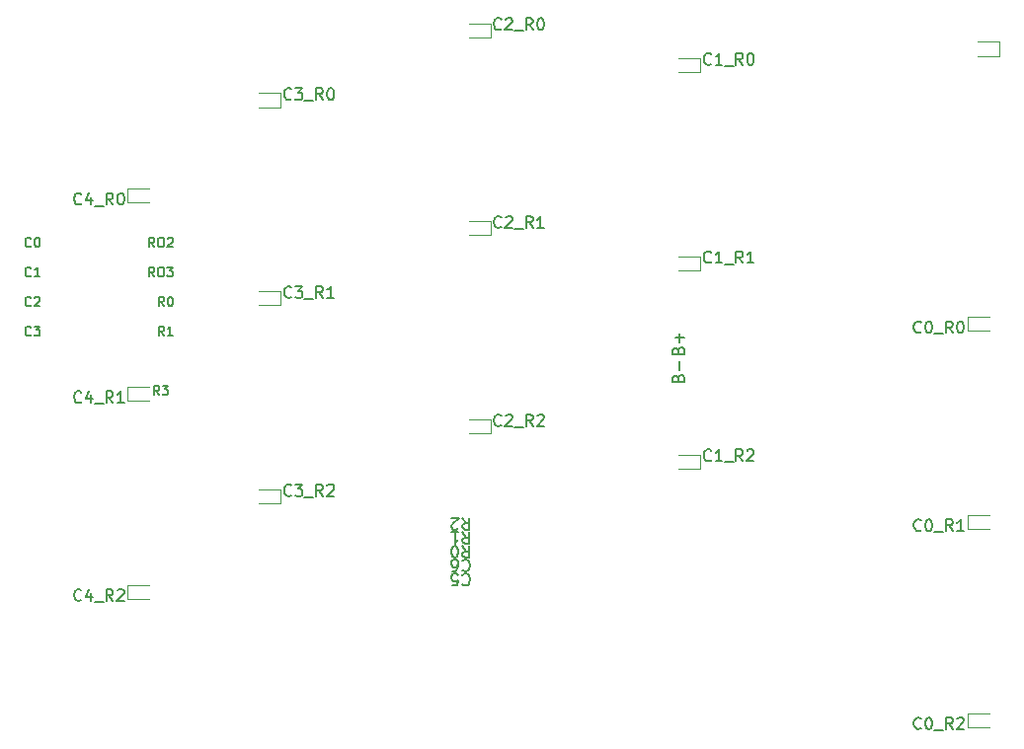
<source format=gbr>
%TF.GenerationSoftware,KiCad,Pcbnew,(7.0.0-0)*%
%TF.CreationDate,2023-06-08T17:13:25+08:00*%
%TF.ProjectId,right,72696768-742e-46b6-9963-61645f706362,v1.0.0*%
%TF.SameCoordinates,Original*%
%TF.FileFunction,Legend,Bot*%
%TF.FilePolarity,Positive*%
%FSLAX46Y46*%
G04 Gerber Fmt 4.6, Leading zero omitted, Abs format (unit mm)*
G04 Created by KiCad (PCBNEW (7.0.0-0)) date 2023-06-08 17:13:25*
%MOMM*%
%LPD*%
G01*
G04 APERTURE LIST*
%ADD10C,0.150000*%
%ADD11C,0.120000*%
G04 APERTURE END LIST*
D10*
%TO.C,S1*%
X-1523809Y30727857D02*
X-1571428Y30680238D01*
X-1571428Y30680238D02*
X-1714285Y30632619D01*
X-1714285Y30632619D02*
X-1809523Y30632619D01*
X-1809523Y30632619D02*
X-1952380Y30680238D01*
X-1952380Y30680238D02*
X-2047618Y30775476D01*
X-2047618Y30775476D02*
X-2095237Y30870714D01*
X-2095237Y30870714D02*
X-2142856Y31061190D01*
X-2142856Y31061190D02*
X-2142856Y31204047D01*
X-2142856Y31204047D02*
X-2095237Y31394523D01*
X-2095237Y31394523D02*
X-2047618Y31489761D01*
X-2047618Y31489761D02*
X-1952380Y31585000D01*
X-1952380Y31585000D02*
X-1809523Y31632619D01*
X-1809523Y31632619D02*
X-1714285Y31632619D01*
X-1714285Y31632619D02*
X-1571428Y31585000D01*
X-1571428Y31585000D02*
X-1523809Y31537380D01*
X-666666Y31299285D02*
X-666666Y30632619D01*
X-904761Y31680238D02*
X-1142856Y30965952D01*
X-1142856Y30965952D02*
X-523809Y30965952D01*
X-380952Y30537380D02*
X380952Y30537380D01*
X1190476Y30632619D02*
X857143Y31108809D01*
X619048Y30632619D02*
X619048Y31632619D01*
X619048Y31632619D02*
X1000000Y31632619D01*
X1000000Y31632619D02*
X1095238Y31585000D01*
X1095238Y31585000D02*
X1142857Y31537380D01*
X1142857Y31537380D02*
X1190476Y31442142D01*
X1190476Y31442142D02*
X1190476Y31299285D01*
X1190476Y31299285D02*
X1142857Y31204047D01*
X1142857Y31204047D02*
X1095238Y31156428D01*
X1095238Y31156428D02*
X1000000Y31108809D01*
X1000000Y31108809D02*
X619048Y31108809D01*
X1809524Y31632619D02*
X1904762Y31632619D01*
X1904762Y31632619D02*
X2000000Y31585000D01*
X2000000Y31585000D02*
X2047619Y31537380D01*
X2047619Y31537380D02*
X2095238Y31442142D01*
X2095238Y31442142D02*
X2142857Y31251666D01*
X2142857Y31251666D02*
X2142857Y31013571D01*
X2142857Y31013571D02*
X2095238Y30823095D01*
X2095238Y30823095D02*
X2047619Y30727857D01*
X2047619Y30727857D02*
X2000000Y30680238D01*
X2000000Y30680238D02*
X1904762Y30632619D01*
X1904762Y30632619D02*
X1809524Y30632619D01*
X1809524Y30632619D02*
X1714286Y30680238D01*
X1714286Y30680238D02*
X1666667Y30727857D01*
X1666667Y30727857D02*
X1619048Y30823095D01*
X1619048Y30823095D02*
X1571429Y31013571D01*
X1571429Y31013571D02*
X1571429Y31251666D01*
X1571429Y31251666D02*
X1619048Y31442142D01*
X1619048Y31442142D02*
X1666667Y31537380D01*
X1666667Y31537380D02*
X1714286Y31585000D01*
X1714286Y31585000D02*
X1809524Y31632619D01*
%TO.C,S2*%
X-1523809Y13727857D02*
X-1571428Y13680238D01*
X-1571428Y13680238D02*
X-1714285Y13632619D01*
X-1714285Y13632619D02*
X-1809523Y13632619D01*
X-1809523Y13632619D02*
X-1952380Y13680238D01*
X-1952380Y13680238D02*
X-2047618Y13775476D01*
X-2047618Y13775476D02*
X-2095237Y13870714D01*
X-2095237Y13870714D02*
X-2142856Y14061190D01*
X-2142856Y14061190D02*
X-2142856Y14204047D01*
X-2142856Y14204047D02*
X-2095237Y14394523D01*
X-2095237Y14394523D02*
X-2047618Y14489761D01*
X-2047618Y14489761D02*
X-1952380Y14585000D01*
X-1952380Y14585000D02*
X-1809523Y14632619D01*
X-1809523Y14632619D02*
X-1714285Y14632619D01*
X-1714285Y14632619D02*
X-1571428Y14585000D01*
X-1571428Y14585000D02*
X-1523809Y14537380D01*
X-666666Y14299285D02*
X-666666Y13632619D01*
X-904761Y14680238D02*
X-1142856Y13965952D01*
X-1142856Y13965952D02*
X-523809Y13965952D01*
X-380952Y13537380D02*
X380952Y13537380D01*
X1190476Y13632619D02*
X857143Y14108809D01*
X619048Y13632619D02*
X619048Y14632619D01*
X619048Y14632619D02*
X1000000Y14632619D01*
X1000000Y14632619D02*
X1095238Y14585000D01*
X1095238Y14585000D02*
X1142857Y14537380D01*
X1142857Y14537380D02*
X1190476Y14442142D01*
X1190476Y14442142D02*
X1190476Y14299285D01*
X1190476Y14299285D02*
X1142857Y14204047D01*
X1142857Y14204047D02*
X1095238Y14156428D01*
X1095238Y14156428D02*
X1000000Y14108809D01*
X1000000Y14108809D02*
X619048Y14108809D01*
X2142857Y13632619D02*
X1571429Y13632619D01*
X1857143Y13632619D02*
X1857143Y14632619D01*
X1857143Y14632619D02*
X1761905Y14489761D01*
X1761905Y14489761D02*
X1666667Y14394523D01*
X1666667Y14394523D02*
X1571429Y14346904D01*
%TO.C,MCU1*%
X-5833332Y27092285D02*
X-5871428Y27054190D01*
X-5871428Y27054190D02*
X-5985713Y27016095D01*
X-5985713Y27016095D02*
X-6061904Y27016095D01*
X-6061904Y27016095D02*
X-6176190Y27054190D01*
X-6176190Y27054190D02*
X-6252380Y27130380D01*
X-6252380Y27130380D02*
X-6290475Y27206571D01*
X-6290475Y27206571D02*
X-6328571Y27358952D01*
X-6328571Y27358952D02*
X-6328571Y27473238D01*
X-6328571Y27473238D02*
X-6290475Y27625619D01*
X-6290475Y27625619D02*
X-6252380Y27701809D01*
X-6252380Y27701809D02*
X-6176190Y27778000D01*
X-6176190Y27778000D02*
X-6061904Y27816095D01*
X-6061904Y27816095D02*
X-5985713Y27816095D01*
X-5985713Y27816095D02*
X-5871428Y27778000D01*
X-5871428Y27778000D02*
X-5833332Y27739904D01*
X-5338094Y27816095D02*
X-5261904Y27816095D01*
X-5261904Y27816095D02*
X-5185713Y27778000D01*
X-5185713Y27778000D02*
X-5147618Y27739904D01*
X-5147618Y27739904D02*
X-5109523Y27663714D01*
X-5109523Y27663714D02*
X-5071428Y27511333D01*
X-5071428Y27511333D02*
X-5071428Y27320857D01*
X-5071428Y27320857D02*
X-5109523Y27168476D01*
X-5109523Y27168476D02*
X-5147618Y27092285D01*
X-5147618Y27092285D02*
X-5185713Y27054190D01*
X-5185713Y27054190D02*
X-5261904Y27016095D01*
X-5261904Y27016095D02*
X-5338094Y27016095D01*
X-5338094Y27016095D02*
X-5414285Y27054190D01*
X-5414285Y27054190D02*
X-5452380Y27092285D01*
X-5452380Y27092285D02*
X-5490475Y27168476D01*
X-5490475Y27168476D02*
X-5528571Y27320857D01*
X-5528571Y27320857D02*
X-5528571Y27511333D01*
X-5528571Y27511333D02*
X-5490475Y27663714D01*
X-5490475Y27663714D02*
X-5452380Y27739904D01*
X-5452380Y27739904D02*
X-5414285Y27778000D01*
X-5414285Y27778000D02*
X-5338094Y27816095D01*
X-5833332Y24552285D02*
X-5871428Y24514190D01*
X-5871428Y24514190D02*
X-5985713Y24476095D01*
X-5985713Y24476095D02*
X-6061904Y24476095D01*
X-6061904Y24476095D02*
X-6176190Y24514190D01*
X-6176190Y24514190D02*
X-6252380Y24590380D01*
X-6252380Y24590380D02*
X-6290475Y24666571D01*
X-6290475Y24666571D02*
X-6328571Y24818952D01*
X-6328571Y24818952D02*
X-6328571Y24933238D01*
X-6328571Y24933238D02*
X-6290475Y25085619D01*
X-6290475Y25085619D02*
X-6252380Y25161809D01*
X-6252380Y25161809D02*
X-6176190Y25238000D01*
X-6176190Y25238000D02*
X-6061904Y25276095D01*
X-6061904Y25276095D02*
X-5985713Y25276095D01*
X-5985713Y25276095D02*
X-5871428Y25238000D01*
X-5871428Y25238000D02*
X-5833332Y25199904D01*
X-5071428Y24476095D02*
X-5528571Y24476095D01*
X-5299999Y24476095D02*
X-5299999Y25276095D01*
X-5299999Y25276095D02*
X-5376190Y25161809D01*
X-5376190Y25161809D02*
X-5452380Y25085619D01*
X-5452380Y25085619D02*
X-5528571Y25047523D01*
X-5833332Y22012285D02*
X-5871428Y21974190D01*
X-5871428Y21974190D02*
X-5985713Y21936095D01*
X-5985713Y21936095D02*
X-6061904Y21936095D01*
X-6061904Y21936095D02*
X-6176190Y21974190D01*
X-6176190Y21974190D02*
X-6252380Y22050380D01*
X-6252380Y22050380D02*
X-6290475Y22126571D01*
X-6290475Y22126571D02*
X-6328571Y22278952D01*
X-6328571Y22278952D02*
X-6328571Y22393238D01*
X-6328571Y22393238D02*
X-6290475Y22545619D01*
X-6290475Y22545619D02*
X-6252380Y22621809D01*
X-6252380Y22621809D02*
X-6176190Y22698000D01*
X-6176190Y22698000D02*
X-6061904Y22736095D01*
X-6061904Y22736095D02*
X-5985713Y22736095D01*
X-5985713Y22736095D02*
X-5871428Y22698000D01*
X-5871428Y22698000D02*
X-5833332Y22659904D01*
X-5528571Y22659904D02*
X-5490475Y22698000D01*
X-5490475Y22698000D02*
X-5414285Y22736095D01*
X-5414285Y22736095D02*
X-5223809Y22736095D01*
X-5223809Y22736095D02*
X-5147618Y22698000D01*
X-5147618Y22698000D02*
X-5109523Y22659904D01*
X-5109523Y22659904D02*
X-5071428Y22583714D01*
X-5071428Y22583714D02*
X-5071428Y22507523D01*
X-5071428Y22507523D02*
X-5109523Y22393238D01*
X-5109523Y22393238D02*
X-5566666Y21936095D01*
X-5566666Y21936095D02*
X-5071428Y21936095D01*
X-5833332Y19472285D02*
X-5871428Y19434190D01*
X-5871428Y19434190D02*
X-5985713Y19396095D01*
X-5985713Y19396095D02*
X-6061904Y19396095D01*
X-6061904Y19396095D02*
X-6176190Y19434190D01*
X-6176190Y19434190D02*
X-6252380Y19510380D01*
X-6252380Y19510380D02*
X-6290475Y19586571D01*
X-6290475Y19586571D02*
X-6328571Y19738952D01*
X-6328571Y19738952D02*
X-6328571Y19853238D01*
X-6328571Y19853238D02*
X-6290475Y20005619D01*
X-6290475Y20005619D02*
X-6252380Y20081809D01*
X-6252380Y20081809D02*
X-6176190Y20158000D01*
X-6176190Y20158000D02*
X-6061904Y20196095D01*
X-6061904Y20196095D02*
X-5985713Y20196095D01*
X-5985713Y20196095D02*
X-5871428Y20158000D01*
X-5871428Y20158000D02*
X-5833332Y20119904D01*
X-5566666Y20196095D02*
X-5071428Y20196095D01*
X-5071428Y20196095D02*
X-5338094Y19891333D01*
X-5338094Y19891333D02*
X-5223809Y19891333D01*
X-5223809Y19891333D02*
X-5147618Y19853238D01*
X-5147618Y19853238D02*
X-5109523Y19815142D01*
X-5109523Y19815142D02*
X-5071428Y19738952D01*
X-5071428Y19738952D02*
X-5071428Y19548476D01*
X-5071428Y19548476D02*
X-5109523Y19472285D01*
X-5109523Y19472285D02*
X-5147618Y19434190D01*
X-5147618Y19434190D02*
X-5223809Y19396095D01*
X-5223809Y19396095D02*
X-5452380Y19396095D01*
X-5452380Y19396095D02*
X-5528571Y19434190D01*
X-5528571Y19434190D02*
X-5566666Y19472285D01*
X4747619Y27016095D02*
X4480952Y27397047D01*
X4290476Y27016095D02*
X4290476Y27816095D01*
X4290476Y27816095D02*
X4595238Y27816095D01*
X4595238Y27816095D02*
X4671428Y27778000D01*
X4671428Y27778000D02*
X4709523Y27739904D01*
X4709523Y27739904D02*
X4747619Y27663714D01*
X4747619Y27663714D02*
X4747619Y27549428D01*
X4747619Y27549428D02*
X4709523Y27473238D01*
X4709523Y27473238D02*
X4671428Y27435142D01*
X4671428Y27435142D02*
X4595238Y27397047D01*
X4595238Y27397047D02*
X4290476Y27397047D01*
X5242857Y27816095D02*
X5395238Y27816095D01*
X5395238Y27816095D02*
X5471428Y27778000D01*
X5471428Y27778000D02*
X5547619Y27701809D01*
X5547619Y27701809D02*
X5585714Y27549428D01*
X5585714Y27549428D02*
X5585714Y27282761D01*
X5585714Y27282761D02*
X5547619Y27130380D01*
X5547619Y27130380D02*
X5471428Y27054190D01*
X5471428Y27054190D02*
X5395238Y27016095D01*
X5395238Y27016095D02*
X5242857Y27016095D01*
X5242857Y27016095D02*
X5166666Y27054190D01*
X5166666Y27054190D02*
X5090476Y27130380D01*
X5090476Y27130380D02*
X5052380Y27282761D01*
X5052380Y27282761D02*
X5052380Y27549428D01*
X5052380Y27549428D02*
X5090476Y27701809D01*
X5090476Y27701809D02*
X5166666Y27778000D01*
X5166666Y27778000D02*
X5242857Y27816095D01*
X5890475Y27739904D02*
X5928571Y27778000D01*
X5928571Y27778000D02*
X6004761Y27816095D01*
X6004761Y27816095D02*
X6195237Y27816095D01*
X6195237Y27816095D02*
X6271428Y27778000D01*
X6271428Y27778000D02*
X6309523Y27739904D01*
X6309523Y27739904D02*
X6347618Y27663714D01*
X6347618Y27663714D02*
X6347618Y27587523D01*
X6347618Y27587523D02*
X6309523Y27473238D01*
X6309523Y27473238D02*
X5852380Y27016095D01*
X5852380Y27016095D02*
X6347618Y27016095D01*
X4747619Y24476095D02*
X4480952Y24857047D01*
X4290476Y24476095D02*
X4290476Y25276095D01*
X4290476Y25276095D02*
X4595238Y25276095D01*
X4595238Y25276095D02*
X4671428Y25238000D01*
X4671428Y25238000D02*
X4709523Y25199904D01*
X4709523Y25199904D02*
X4747619Y25123714D01*
X4747619Y25123714D02*
X4747619Y25009428D01*
X4747619Y25009428D02*
X4709523Y24933238D01*
X4709523Y24933238D02*
X4671428Y24895142D01*
X4671428Y24895142D02*
X4595238Y24857047D01*
X4595238Y24857047D02*
X4290476Y24857047D01*
X5242857Y25276095D02*
X5395238Y25276095D01*
X5395238Y25276095D02*
X5471428Y25238000D01*
X5471428Y25238000D02*
X5547619Y25161809D01*
X5547619Y25161809D02*
X5585714Y25009428D01*
X5585714Y25009428D02*
X5585714Y24742761D01*
X5585714Y24742761D02*
X5547619Y24590380D01*
X5547619Y24590380D02*
X5471428Y24514190D01*
X5471428Y24514190D02*
X5395238Y24476095D01*
X5395238Y24476095D02*
X5242857Y24476095D01*
X5242857Y24476095D02*
X5166666Y24514190D01*
X5166666Y24514190D02*
X5090476Y24590380D01*
X5090476Y24590380D02*
X5052380Y24742761D01*
X5052380Y24742761D02*
X5052380Y25009428D01*
X5052380Y25009428D02*
X5090476Y25161809D01*
X5090476Y25161809D02*
X5166666Y25238000D01*
X5166666Y25238000D02*
X5242857Y25276095D01*
X5852380Y25276095D02*
X6347618Y25276095D01*
X6347618Y25276095D02*
X6080952Y24971333D01*
X6080952Y24971333D02*
X6195237Y24971333D01*
X6195237Y24971333D02*
X6271428Y24933238D01*
X6271428Y24933238D02*
X6309523Y24895142D01*
X6309523Y24895142D02*
X6347618Y24818952D01*
X6347618Y24818952D02*
X6347618Y24628476D01*
X6347618Y24628476D02*
X6309523Y24552285D01*
X6309523Y24552285D02*
X6271428Y24514190D01*
X6271428Y24514190D02*
X6195237Y24476095D01*
X6195237Y24476095D02*
X5966666Y24476095D01*
X5966666Y24476095D02*
X5890475Y24514190D01*
X5890475Y24514190D02*
X5852380Y24552285D01*
X5566667Y21936095D02*
X5300000Y22317047D01*
X5109524Y21936095D02*
X5109524Y22736095D01*
X5109524Y22736095D02*
X5414286Y22736095D01*
X5414286Y22736095D02*
X5490476Y22698000D01*
X5490476Y22698000D02*
X5528571Y22659904D01*
X5528571Y22659904D02*
X5566667Y22583714D01*
X5566667Y22583714D02*
X5566667Y22469428D01*
X5566667Y22469428D02*
X5528571Y22393238D01*
X5528571Y22393238D02*
X5490476Y22355142D01*
X5490476Y22355142D02*
X5414286Y22317047D01*
X5414286Y22317047D02*
X5109524Y22317047D01*
X6061905Y22736095D02*
X6138095Y22736095D01*
X6138095Y22736095D02*
X6214286Y22698000D01*
X6214286Y22698000D02*
X6252381Y22659904D01*
X6252381Y22659904D02*
X6290476Y22583714D01*
X6290476Y22583714D02*
X6328571Y22431333D01*
X6328571Y22431333D02*
X6328571Y22240857D01*
X6328571Y22240857D02*
X6290476Y22088476D01*
X6290476Y22088476D02*
X6252381Y22012285D01*
X6252381Y22012285D02*
X6214286Y21974190D01*
X6214286Y21974190D02*
X6138095Y21936095D01*
X6138095Y21936095D02*
X6061905Y21936095D01*
X6061905Y21936095D02*
X5985714Y21974190D01*
X5985714Y21974190D02*
X5947619Y22012285D01*
X5947619Y22012285D02*
X5909524Y22088476D01*
X5909524Y22088476D02*
X5871428Y22240857D01*
X5871428Y22240857D02*
X5871428Y22431333D01*
X5871428Y22431333D02*
X5909524Y22583714D01*
X5909524Y22583714D02*
X5947619Y22659904D01*
X5947619Y22659904D02*
X5985714Y22698000D01*
X5985714Y22698000D02*
X6061905Y22736095D01*
X5566667Y19396095D02*
X5300000Y19777047D01*
X5109524Y19396095D02*
X5109524Y20196095D01*
X5109524Y20196095D02*
X5414286Y20196095D01*
X5414286Y20196095D02*
X5490476Y20158000D01*
X5490476Y20158000D02*
X5528571Y20119904D01*
X5528571Y20119904D02*
X5566667Y20043714D01*
X5566667Y20043714D02*
X5566667Y19929428D01*
X5566667Y19929428D02*
X5528571Y19853238D01*
X5528571Y19853238D02*
X5490476Y19815142D01*
X5490476Y19815142D02*
X5414286Y19777047D01*
X5414286Y19777047D02*
X5109524Y19777047D01*
X6328571Y19396095D02*
X5871428Y19396095D01*
X6100000Y19396095D02*
X6100000Y20196095D01*
X6100000Y20196095D02*
X6023809Y20081809D01*
X6023809Y20081809D02*
X5947619Y20005619D01*
X5947619Y20005619D02*
X5871428Y19967523D01*
X5166667Y14316095D02*
X4900000Y14697047D01*
X4709524Y14316095D02*
X4709524Y15116095D01*
X4709524Y15116095D02*
X5014286Y15116095D01*
X5014286Y15116095D02*
X5090476Y15078000D01*
X5090476Y15078000D02*
X5128571Y15039904D01*
X5128571Y15039904D02*
X5166667Y14963714D01*
X5166667Y14963714D02*
X5166667Y14849428D01*
X5166667Y14849428D02*
X5128571Y14773238D01*
X5128571Y14773238D02*
X5090476Y14735142D01*
X5090476Y14735142D02*
X5014286Y14697047D01*
X5014286Y14697047D02*
X4709524Y14697047D01*
X5433333Y15116095D02*
X5928571Y15116095D01*
X5928571Y15116095D02*
X5661905Y14811333D01*
X5661905Y14811333D02*
X5776190Y14811333D01*
X5776190Y14811333D02*
X5852381Y14773238D01*
X5852381Y14773238D02*
X5890476Y14735142D01*
X5890476Y14735142D02*
X5928571Y14658952D01*
X5928571Y14658952D02*
X5928571Y14468476D01*
X5928571Y14468476D02*
X5890476Y14392285D01*
X5890476Y14392285D02*
X5852381Y14354190D01*
X5852381Y14354190D02*
X5776190Y14316095D01*
X5776190Y14316095D02*
X5547619Y14316095D01*
X5547619Y14316095D02*
X5471428Y14354190D01*
X5471428Y14354190D02*
X5433333Y14392285D01*
%TO.C,JB1*%
X49643571Y18152381D02*
X49691190Y18295238D01*
X49691190Y18295238D02*
X49738809Y18342857D01*
X49738809Y18342857D02*
X49834047Y18390476D01*
X49834047Y18390476D02*
X49976904Y18390476D01*
X49976904Y18390476D02*
X50072142Y18342857D01*
X50072142Y18342857D02*
X50119761Y18295238D01*
X50119761Y18295238D02*
X50167380Y18200000D01*
X50167380Y18200000D02*
X50167380Y17819048D01*
X50167380Y17819048D02*
X49167380Y17819048D01*
X49167380Y17819048D02*
X49167380Y18152381D01*
X49167380Y18152381D02*
X49215000Y18247619D01*
X49215000Y18247619D02*
X49262619Y18295238D01*
X49262619Y18295238D02*
X49357857Y18342857D01*
X49357857Y18342857D02*
X49453095Y18342857D01*
X49453095Y18342857D02*
X49548333Y18295238D01*
X49548333Y18295238D02*
X49595952Y18247619D01*
X49595952Y18247619D02*
X49643571Y18152381D01*
X49643571Y18152381D02*
X49643571Y17819048D01*
X49786428Y18819048D02*
X49786428Y19580953D01*
X50167380Y19200000D02*
X49405476Y19200000D01*
X49643571Y15752381D02*
X49691190Y15895238D01*
X49691190Y15895238D02*
X49738809Y15942857D01*
X49738809Y15942857D02*
X49834047Y15990476D01*
X49834047Y15990476D02*
X49976904Y15990476D01*
X49976904Y15990476D02*
X50072142Y15942857D01*
X50072142Y15942857D02*
X50119761Y15895238D01*
X50119761Y15895238D02*
X50167380Y15800000D01*
X50167380Y15800000D02*
X50167380Y15419048D01*
X50167380Y15419048D02*
X49167380Y15419048D01*
X49167380Y15419048D02*
X49167380Y15752381D01*
X49167380Y15752381D02*
X49215000Y15847619D01*
X49215000Y15847619D02*
X49262619Y15895238D01*
X49262619Y15895238D02*
X49357857Y15942857D01*
X49357857Y15942857D02*
X49453095Y15942857D01*
X49453095Y15942857D02*
X49548333Y15895238D01*
X49548333Y15895238D02*
X49595952Y15847619D01*
X49595952Y15847619D02*
X49643571Y15752381D01*
X49643571Y15752381D02*
X49643571Y15419048D01*
X49786428Y16419048D02*
X49786428Y17180953D01*
%TO.C,JC1*%
X31166666Y3767380D02*
X31499999Y3291190D01*
X31738094Y3767380D02*
X31738094Y2767380D01*
X31738094Y2767380D02*
X31357142Y2767380D01*
X31357142Y2767380D02*
X31261904Y2815000D01*
X31261904Y2815000D02*
X31214285Y2862619D01*
X31214285Y2862619D02*
X31166666Y2957857D01*
X31166666Y2957857D02*
X31166666Y3100714D01*
X31166666Y3100714D02*
X31214285Y3195952D01*
X31214285Y3195952D02*
X31261904Y3243571D01*
X31261904Y3243571D02*
X31357142Y3291190D01*
X31357142Y3291190D02*
X31738094Y3291190D01*
X30785713Y2862619D02*
X30738094Y2815000D01*
X30738094Y2815000D02*
X30642856Y2767380D01*
X30642856Y2767380D02*
X30404761Y2767380D01*
X30404761Y2767380D02*
X30309523Y2815000D01*
X30309523Y2815000D02*
X30261904Y2862619D01*
X30261904Y2862619D02*
X30214285Y2957857D01*
X30214285Y2957857D02*
X30214285Y3053095D01*
X30214285Y3053095D02*
X30261904Y3195952D01*
X30261904Y3195952D02*
X30833332Y3767380D01*
X30833332Y3767380D02*
X30214285Y3767380D01*
X31166666Y2567380D02*
X31499999Y2091190D01*
X31738094Y2567380D02*
X31738094Y1567380D01*
X31738094Y1567380D02*
X31357142Y1567380D01*
X31357142Y1567380D02*
X31261904Y1615000D01*
X31261904Y1615000D02*
X31214285Y1662619D01*
X31214285Y1662619D02*
X31166666Y1757857D01*
X31166666Y1757857D02*
X31166666Y1900714D01*
X31166666Y1900714D02*
X31214285Y1995952D01*
X31214285Y1995952D02*
X31261904Y2043571D01*
X31261904Y2043571D02*
X31357142Y2091190D01*
X31357142Y2091190D02*
X31738094Y2091190D01*
X30214285Y2567380D02*
X30785713Y2567380D01*
X30499999Y2567380D02*
X30499999Y1567380D01*
X30499999Y1567380D02*
X30595237Y1710238D01*
X30595237Y1710238D02*
X30690475Y1805476D01*
X30690475Y1805476D02*
X30785713Y1853095D01*
X31166666Y1367380D02*
X31499999Y891190D01*
X31738094Y1367380D02*
X31738094Y367380D01*
X31738094Y367380D02*
X31357142Y367380D01*
X31357142Y367380D02*
X31261904Y415000D01*
X31261904Y415000D02*
X31214285Y462619D01*
X31214285Y462619D02*
X31166666Y557857D01*
X31166666Y557857D02*
X31166666Y700714D01*
X31166666Y700714D02*
X31214285Y795952D01*
X31214285Y795952D02*
X31261904Y843571D01*
X31261904Y843571D02*
X31357142Y891190D01*
X31357142Y891190D02*
X31738094Y891190D01*
X30547618Y367380D02*
X30452380Y367380D01*
X30452380Y367380D02*
X30357142Y415000D01*
X30357142Y415000D02*
X30309523Y462619D01*
X30309523Y462619D02*
X30261904Y557857D01*
X30261904Y557857D02*
X30214285Y748333D01*
X30214285Y748333D02*
X30214285Y986428D01*
X30214285Y986428D02*
X30261904Y1176904D01*
X30261904Y1176904D02*
X30309523Y1272142D01*
X30309523Y1272142D02*
X30357142Y1319761D01*
X30357142Y1319761D02*
X30452380Y1367380D01*
X30452380Y1367380D02*
X30547618Y1367380D01*
X30547618Y1367380D02*
X30642856Y1319761D01*
X30642856Y1319761D02*
X30690475Y1272142D01*
X30690475Y1272142D02*
X30738094Y1176904D01*
X30738094Y1176904D02*
X30785713Y986428D01*
X30785713Y986428D02*
X30785713Y748333D01*
X30785713Y748333D02*
X30738094Y557857D01*
X30738094Y557857D02*
X30690475Y462619D01*
X30690475Y462619D02*
X30642856Y415000D01*
X30642856Y415000D02*
X30547618Y367380D01*
X31166666Y72142D02*
X31214285Y119761D01*
X31214285Y119761D02*
X31357142Y167380D01*
X31357142Y167380D02*
X31452380Y167380D01*
X31452380Y167380D02*
X31595237Y119761D01*
X31595237Y119761D02*
X31690475Y24523D01*
X31690475Y24523D02*
X31738094Y-70714D01*
X31738094Y-70714D02*
X31785713Y-261190D01*
X31785713Y-261190D02*
X31785713Y-404047D01*
X31785713Y-404047D02*
X31738094Y-594523D01*
X31738094Y-594523D02*
X31690475Y-689761D01*
X31690475Y-689761D02*
X31595237Y-785000D01*
X31595237Y-785000D02*
X31452380Y-832619D01*
X31452380Y-832619D02*
X31357142Y-832619D01*
X31357142Y-832619D02*
X31214285Y-785000D01*
X31214285Y-785000D02*
X31166666Y-737380D01*
X30309523Y-832619D02*
X30499999Y-832619D01*
X30499999Y-832619D02*
X30595237Y-785000D01*
X30595237Y-785000D02*
X30642856Y-737380D01*
X30642856Y-737380D02*
X30738094Y-594523D01*
X30738094Y-594523D02*
X30785713Y-404047D01*
X30785713Y-404047D02*
X30785713Y-23095D01*
X30785713Y-23095D02*
X30738094Y72142D01*
X30738094Y72142D02*
X30690475Y119761D01*
X30690475Y119761D02*
X30595237Y167380D01*
X30595237Y167380D02*
X30404761Y167380D01*
X30404761Y167380D02*
X30309523Y119761D01*
X30309523Y119761D02*
X30261904Y72142D01*
X30261904Y72142D02*
X30214285Y-23095D01*
X30214285Y-23095D02*
X30214285Y-261190D01*
X30214285Y-261190D02*
X30261904Y-356428D01*
X30261904Y-356428D02*
X30309523Y-404047D01*
X30309523Y-404047D02*
X30404761Y-451666D01*
X30404761Y-451666D02*
X30595237Y-451666D01*
X30595237Y-451666D02*
X30690475Y-404047D01*
X30690475Y-404047D02*
X30738094Y-356428D01*
X30738094Y-356428D02*
X30785713Y-261190D01*
X31166666Y-1127857D02*
X31214285Y-1080238D01*
X31214285Y-1080238D02*
X31357142Y-1032619D01*
X31357142Y-1032619D02*
X31452380Y-1032619D01*
X31452380Y-1032619D02*
X31595237Y-1080238D01*
X31595237Y-1080238D02*
X31690475Y-1175476D01*
X31690475Y-1175476D02*
X31738094Y-1270714D01*
X31738094Y-1270714D02*
X31785713Y-1461190D01*
X31785713Y-1461190D02*
X31785713Y-1604047D01*
X31785713Y-1604047D02*
X31738094Y-1794523D01*
X31738094Y-1794523D02*
X31690475Y-1889761D01*
X31690475Y-1889761D02*
X31595237Y-1985000D01*
X31595237Y-1985000D02*
X31452380Y-2032619D01*
X31452380Y-2032619D02*
X31357142Y-2032619D01*
X31357142Y-2032619D02*
X31214285Y-1985000D01*
X31214285Y-1985000D02*
X31166666Y-1937380D01*
X30261904Y-2032619D02*
X30738094Y-2032619D01*
X30738094Y-2032619D02*
X30785713Y-1556428D01*
X30785713Y-1556428D02*
X30738094Y-1604047D01*
X30738094Y-1604047D02*
X30642856Y-1651666D01*
X30642856Y-1651666D02*
X30404761Y-1651666D01*
X30404761Y-1651666D02*
X30309523Y-1604047D01*
X30309523Y-1604047D02*
X30261904Y-1556428D01*
X30261904Y-1556428D02*
X30214285Y-1461190D01*
X30214285Y-1461190D02*
X30214285Y-1223095D01*
X30214285Y-1223095D02*
X30261904Y-1127857D01*
X30261904Y-1127857D02*
X30309523Y-1080238D01*
X30309523Y-1080238D02*
X30404761Y-1032619D01*
X30404761Y-1032619D02*
X30642856Y-1032619D01*
X30642856Y-1032619D02*
X30738094Y-1080238D01*
X30738094Y-1080238D02*
X30785713Y-1127857D01*
%TO.C,S3*%
X70476190Y19727857D02*
X70428571Y19680238D01*
X70428571Y19680238D02*
X70285714Y19632619D01*
X70285714Y19632619D02*
X70190476Y19632619D01*
X70190476Y19632619D02*
X70047619Y19680238D01*
X70047619Y19680238D02*
X69952381Y19775476D01*
X69952381Y19775476D02*
X69904762Y19870714D01*
X69904762Y19870714D02*
X69857143Y20061190D01*
X69857143Y20061190D02*
X69857143Y20204047D01*
X69857143Y20204047D02*
X69904762Y20394523D01*
X69904762Y20394523D02*
X69952381Y20489761D01*
X69952381Y20489761D02*
X70047619Y20585000D01*
X70047619Y20585000D02*
X70190476Y20632619D01*
X70190476Y20632619D02*
X70285714Y20632619D01*
X70285714Y20632619D02*
X70428571Y20585000D01*
X70428571Y20585000D02*
X70476190Y20537380D01*
X71095238Y20632619D02*
X71190476Y20632619D01*
X71190476Y20632619D02*
X71285714Y20585000D01*
X71285714Y20585000D02*
X71333333Y20537380D01*
X71333333Y20537380D02*
X71380952Y20442142D01*
X71380952Y20442142D02*
X71428571Y20251666D01*
X71428571Y20251666D02*
X71428571Y20013571D01*
X71428571Y20013571D02*
X71380952Y19823095D01*
X71380952Y19823095D02*
X71333333Y19727857D01*
X71333333Y19727857D02*
X71285714Y19680238D01*
X71285714Y19680238D02*
X71190476Y19632619D01*
X71190476Y19632619D02*
X71095238Y19632619D01*
X71095238Y19632619D02*
X71000000Y19680238D01*
X71000000Y19680238D02*
X70952381Y19727857D01*
X70952381Y19727857D02*
X70904762Y19823095D01*
X70904762Y19823095D02*
X70857143Y20013571D01*
X70857143Y20013571D02*
X70857143Y20251666D01*
X70857143Y20251666D02*
X70904762Y20442142D01*
X70904762Y20442142D02*
X70952381Y20537380D01*
X70952381Y20537380D02*
X71000000Y20585000D01*
X71000000Y20585000D02*
X71095238Y20632619D01*
X71619048Y19537380D02*
X72380952Y19537380D01*
X73190476Y19632619D02*
X72857143Y20108809D01*
X72619048Y19632619D02*
X72619048Y20632619D01*
X72619048Y20632619D02*
X73000000Y20632619D01*
X73000000Y20632619D02*
X73095238Y20585000D01*
X73095238Y20585000D02*
X73142857Y20537380D01*
X73142857Y20537380D02*
X73190476Y20442142D01*
X73190476Y20442142D02*
X73190476Y20299285D01*
X73190476Y20299285D02*
X73142857Y20204047D01*
X73142857Y20204047D02*
X73095238Y20156428D01*
X73095238Y20156428D02*
X73000000Y20108809D01*
X73000000Y20108809D02*
X72619048Y20108809D01*
X73809524Y20632619D02*
X73904762Y20632619D01*
X73904762Y20632619D02*
X74000000Y20585000D01*
X74000000Y20585000D02*
X74047619Y20537380D01*
X74047619Y20537380D02*
X74095238Y20442142D01*
X74095238Y20442142D02*
X74142857Y20251666D01*
X74142857Y20251666D02*
X74142857Y20013571D01*
X74142857Y20013571D02*
X74095238Y19823095D01*
X74095238Y19823095D02*
X74047619Y19727857D01*
X74047619Y19727857D02*
X74000000Y19680238D01*
X74000000Y19680238D02*
X73904762Y19632619D01*
X73904762Y19632619D02*
X73809524Y19632619D01*
X73809524Y19632619D02*
X73714286Y19680238D01*
X73714286Y19680238D02*
X73666667Y19727857D01*
X73666667Y19727857D02*
X73619048Y19823095D01*
X73619048Y19823095D02*
X73571429Y20013571D01*
X73571429Y20013571D02*
X73571429Y20251666D01*
X73571429Y20251666D02*
X73619048Y20442142D01*
X73619048Y20442142D02*
X73666667Y20537380D01*
X73666667Y20537380D02*
X73714286Y20585000D01*
X73714286Y20585000D02*
X73809524Y20632619D01*
%TO.C,S4*%
X70476190Y2727857D02*
X70428571Y2680238D01*
X70428571Y2680238D02*
X70285714Y2632619D01*
X70285714Y2632619D02*
X70190476Y2632619D01*
X70190476Y2632619D02*
X70047619Y2680238D01*
X70047619Y2680238D02*
X69952381Y2775476D01*
X69952381Y2775476D02*
X69904762Y2870714D01*
X69904762Y2870714D02*
X69857143Y3061190D01*
X69857143Y3061190D02*
X69857143Y3204047D01*
X69857143Y3204047D02*
X69904762Y3394523D01*
X69904762Y3394523D02*
X69952381Y3489761D01*
X69952381Y3489761D02*
X70047619Y3585000D01*
X70047619Y3585000D02*
X70190476Y3632619D01*
X70190476Y3632619D02*
X70285714Y3632619D01*
X70285714Y3632619D02*
X70428571Y3585000D01*
X70428571Y3585000D02*
X70476190Y3537380D01*
X71095238Y3632619D02*
X71190476Y3632619D01*
X71190476Y3632619D02*
X71285714Y3585000D01*
X71285714Y3585000D02*
X71333333Y3537380D01*
X71333333Y3537380D02*
X71380952Y3442142D01*
X71380952Y3442142D02*
X71428571Y3251666D01*
X71428571Y3251666D02*
X71428571Y3013571D01*
X71428571Y3013571D02*
X71380952Y2823095D01*
X71380952Y2823095D02*
X71333333Y2727857D01*
X71333333Y2727857D02*
X71285714Y2680238D01*
X71285714Y2680238D02*
X71190476Y2632619D01*
X71190476Y2632619D02*
X71095238Y2632619D01*
X71095238Y2632619D02*
X71000000Y2680238D01*
X71000000Y2680238D02*
X70952381Y2727857D01*
X70952381Y2727857D02*
X70904762Y2823095D01*
X70904762Y2823095D02*
X70857143Y3013571D01*
X70857143Y3013571D02*
X70857143Y3251666D01*
X70857143Y3251666D02*
X70904762Y3442142D01*
X70904762Y3442142D02*
X70952381Y3537380D01*
X70952381Y3537380D02*
X71000000Y3585000D01*
X71000000Y3585000D02*
X71095238Y3632619D01*
X71619048Y2537380D02*
X72380952Y2537380D01*
X73190476Y2632619D02*
X72857143Y3108809D01*
X72619048Y2632619D02*
X72619048Y3632619D01*
X72619048Y3632619D02*
X73000000Y3632619D01*
X73000000Y3632619D02*
X73095238Y3585000D01*
X73095238Y3585000D02*
X73142857Y3537380D01*
X73142857Y3537380D02*
X73190476Y3442142D01*
X73190476Y3442142D02*
X73190476Y3299285D01*
X73190476Y3299285D02*
X73142857Y3204047D01*
X73142857Y3204047D02*
X73095238Y3156428D01*
X73095238Y3156428D02*
X73000000Y3108809D01*
X73000000Y3108809D02*
X72619048Y3108809D01*
X74142857Y2632619D02*
X73571429Y2632619D01*
X73857143Y2632619D02*
X73857143Y3632619D01*
X73857143Y3632619D02*
X73761905Y3489761D01*
X73761905Y3489761D02*
X73666667Y3394523D01*
X73666667Y3394523D02*
X73571429Y3346904D01*
%TO.C,S5*%
X70476190Y-14272142D02*
X70428571Y-14319761D01*
X70428571Y-14319761D02*
X70285714Y-14367380D01*
X70285714Y-14367380D02*
X70190476Y-14367380D01*
X70190476Y-14367380D02*
X70047619Y-14319761D01*
X70047619Y-14319761D02*
X69952381Y-14224523D01*
X69952381Y-14224523D02*
X69904762Y-14129285D01*
X69904762Y-14129285D02*
X69857143Y-13938809D01*
X69857143Y-13938809D02*
X69857143Y-13795952D01*
X69857143Y-13795952D02*
X69904762Y-13605476D01*
X69904762Y-13605476D02*
X69952381Y-13510238D01*
X69952381Y-13510238D02*
X70047619Y-13415000D01*
X70047619Y-13415000D02*
X70190476Y-13367380D01*
X70190476Y-13367380D02*
X70285714Y-13367380D01*
X70285714Y-13367380D02*
X70428571Y-13415000D01*
X70428571Y-13415000D02*
X70476190Y-13462619D01*
X71095238Y-13367380D02*
X71190476Y-13367380D01*
X71190476Y-13367380D02*
X71285714Y-13415000D01*
X71285714Y-13415000D02*
X71333333Y-13462619D01*
X71333333Y-13462619D02*
X71380952Y-13557857D01*
X71380952Y-13557857D02*
X71428571Y-13748333D01*
X71428571Y-13748333D02*
X71428571Y-13986428D01*
X71428571Y-13986428D02*
X71380952Y-14176904D01*
X71380952Y-14176904D02*
X71333333Y-14272142D01*
X71333333Y-14272142D02*
X71285714Y-14319761D01*
X71285714Y-14319761D02*
X71190476Y-14367380D01*
X71190476Y-14367380D02*
X71095238Y-14367380D01*
X71095238Y-14367380D02*
X71000000Y-14319761D01*
X71000000Y-14319761D02*
X70952381Y-14272142D01*
X70952381Y-14272142D02*
X70904762Y-14176904D01*
X70904762Y-14176904D02*
X70857143Y-13986428D01*
X70857143Y-13986428D02*
X70857143Y-13748333D01*
X70857143Y-13748333D02*
X70904762Y-13557857D01*
X70904762Y-13557857D02*
X70952381Y-13462619D01*
X70952381Y-13462619D02*
X71000000Y-13415000D01*
X71000000Y-13415000D02*
X71095238Y-13367380D01*
X71619048Y-14462619D02*
X72380952Y-14462619D01*
X73190476Y-14367380D02*
X72857143Y-13891190D01*
X72619048Y-14367380D02*
X72619048Y-13367380D01*
X72619048Y-13367380D02*
X73000000Y-13367380D01*
X73000000Y-13367380D02*
X73095238Y-13415000D01*
X73095238Y-13415000D02*
X73142857Y-13462619D01*
X73142857Y-13462619D02*
X73190476Y-13557857D01*
X73190476Y-13557857D02*
X73190476Y-13700714D01*
X73190476Y-13700714D02*
X73142857Y-13795952D01*
X73142857Y-13795952D02*
X73095238Y-13843571D01*
X73095238Y-13843571D02*
X73000000Y-13891190D01*
X73000000Y-13891190D02*
X72619048Y-13891190D01*
X73571429Y-13462619D02*
X73619048Y-13415000D01*
X73619048Y-13415000D02*
X73714286Y-13367380D01*
X73714286Y-13367380D02*
X73952381Y-13367380D01*
X73952381Y-13367380D02*
X74047619Y-13415000D01*
X74047619Y-13415000D02*
X74095238Y-13462619D01*
X74095238Y-13462619D02*
X74142857Y-13557857D01*
X74142857Y-13557857D02*
X74142857Y-13653095D01*
X74142857Y-13653095D02*
X74095238Y-13795952D01*
X74095238Y-13795952D02*
X73523810Y-14367380D01*
X73523810Y-14367380D02*
X74142857Y-14367380D01*
%TO.C,S6*%
X52476190Y42727857D02*
X52428571Y42680238D01*
X52428571Y42680238D02*
X52285714Y42632619D01*
X52285714Y42632619D02*
X52190476Y42632619D01*
X52190476Y42632619D02*
X52047619Y42680238D01*
X52047619Y42680238D02*
X51952381Y42775476D01*
X51952381Y42775476D02*
X51904762Y42870714D01*
X51904762Y42870714D02*
X51857143Y43061190D01*
X51857143Y43061190D02*
X51857143Y43204047D01*
X51857143Y43204047D02*
X51904762Y43394523D01*
X51904762Y43394523D02*
X51952381Y43489761D01*
X51952381Y43489761D02*
X52047619Y43585000D01*
X52047619Y43585000D02*
X52190476Y43632619D01*
X52190476Y43632619D02*
X52285714Y43632619D01*
X52285714Y43632619D02*
X52428571Y43585000D01*
X52428571Y43585000D02*
X52476190Y43537380D01*
X53428571Y42632619D02*
X52857143Y42632619D01*
X53142857Y42632619D02*
X53142857Y43632619D01*
X53142857Y43632619D02*
X53047619Y43489761D01*
X53047619Y43489761D02*
X52952381Y43394523D01*
X52952381Y43394523D02*
X52857143Y43346904D01*
X53619048Y42537380D02*
X54380952Y42537380D01*
X55190476Y42632619D02*
X54857143Y43108809D01*
X54619048Y42632619D02*
X54619048Y43632619D01*
X54619048Y43632619D02*
X55000000Y43632619D01*
X55000000Y43632619D02*
X55095238Y43585000D01*
X55095238Y43585000D02*
X55142857Y43537380D01*
X55142857Y43537380D02*
X55190476Y43442142D01*
X55190476Y43442142D02*
X55190476Y43299285D01*
X55190476Y43299285D02*
X55142857Y43204047D01*
X55142857Y43204047D02*
X55095238Y43156428D01*
X55095238Y43156428D02*
X55000000Y43108809D01*
X55000000Y43108809D02*
X54619048Y43108809D01*
X55809524Y43632619D02*
X55904762Y43632619D01*
X55904762Y43632619D02*
X56000000Y43585000D01*
X56000000Y43585000D02*
X56047619Y43537380D01*
X56047619Y43537380D02*
X56095238Y43442142D01*
X56095238Y43442142D02*
X56142857Y43251666D01*
X56142857Y43251666D02*
X56142857Y43013571D01*
X56142857Y43013571D02*
X56095238Y42823095D01*
X56095238Y42823095D02*
X56047619Y42727857D01*
X56047619Y42727857D02*
X56000000Y42680238D01*
X56000000Y42680238D02*
X55904762Y42632619D01*
X55904762Y42632619D02*
X55809524Y42632619D01*
X55809524Y42632619D02*
X55714286Y42680238D01*
X55714286Y42680238D02*
X55666667Y42727857D01*
X55666667Y42727857D02*
X55619048Y42823095D01*
X55619048Y42823095D02*
X55571429Y43013571D01*
X55571429Y43013571D02*
X55571429Y43251666D01*
X55571429Y43251666D02*
X55619048Y43442142D01*
X55619048Y43442142D02*
X55666667Y43537380D01*
X55666667Y43537380D02*
X55714286Y43585000D01*
X55714286Y43585000D02*
X55809524Y43632619D01*
%TO.C,S7*%
X52476190Y25727857D02*
X52428571Y25680238D01*
X52428571Y25680238D02*
X52285714Y25632619D01*
X52285714Y25632619D02*
X52190476Y25632619D01*
X52190476Y25632619D02*
X52047619Y25680238D01*
X52047619Y25680238D02*
X51952381Y25775476D01*
X51952381Y25775476D02*
X51904762Y25870714D01*
X51904762Y25870714D02*
X51857143Y26061190D01*
X51857143Y26061190D02*
X51857143Y26204047D01*
X51857143Y26204047D02*
X51904762Y26394523D01*
X51904762Y26394523D02*
X51952381Y26489761D01*
X51952381Y26489761D02*
X52047619Y26585000D01*
X52047619Y26585000D02*
X52190476Y26632619D01*
X52190476Y26632619D02*
X52285714Y26632619D01*
X52285714Y26632619D02*
X52428571Y26585000D01*
X52428571Y26585000D02*
X52476190Y26537380D01*
X53428571Y25632619D02*
X52857143Y25632619D01*
X53142857Y25632619D02*
X53142857Y26632619D01*
X53142857Y26632619D02*
X53047619Y26489761D01*
X53047619Y26489761D02*
X52952381Y26394523D01*
X52952381Y26394523D02*
X52857143Y26346904D01*
X53619048Y25537380D02*
X54380952Y25537380D01*
X55190476Y25632619D02*
X54857143Y26108809D01*
X54619048Y25632619D02*
X54619048Y26632619D01*
X54619048Y26632619D02*
X55000000Y26632619D01*
X55000000Y26632619D02*
X55095238Y26585000D01*
X55095238Y26585000D02*
X55142857Y26537380D01*
X55142857Y26537380D02*
X55190476Y26442142D01*
X55190476Y26442142D02*
X55190476Y26299285D01*
X55190476Y26299285D02*
X55142857Y26204047D01*
X55142857Y26204047D02*
X55095238Y26156428D01*
X55095238Y26156428D02*
X55000000Y26108809D01*
X55000000Y26108809D02*
X54619048Y26108809D01*
X56142857Y25632619D02*
X55571429Y25632619D01*
X55857143Y25632619D02*
X55857143Y26632619D01*
X55857143Y26632619D02*
X55761905Y26489761D01*
X55761905Y26489761D02*
X55666667Y26394523D01*
X55666667Y26394523D02*
X55571429Y26346904D01*
%TO.C,S8*%
X52476190Y8727857D02*
X52428571Y8680238D01*
X52428571Y8680238D02*
X52285714Y8632619D01*
X52285714Y8632619D02*
X52190476Y8632619D01*
X52190476Y8632619D02*
X52047619Y8680238D01*
X52047619Y8680238D02*
X51952381Y8775476D01*
X51952381Y8775476D02*
X51904762Y8870714D01*
X51904762Y8870714D02*
X51857143Y9061190D01*
X51857143Y9061190D02*
X51857143Y9204047D01*
X51857143Y9204047D02*
X51904762Y9394523D01*
X51904762Y9394523D02*
X51952381Y9489761D01*
X51952381Y9489761D02*
X52047619Y9585000D01*
X52047619Y9585000D02*
X52190476Y9632619D01*
X52190476Y9632619D02*
X52285714Y9632619D01*
X52285714Y9632619D02*
X52428571Y9585000D01*
X52428571Y9585000D02*
X52476190Y9537380D01*
X53428571Y8632619D02*
X52857143Y8632619D01*
X53142857Y8632619D02*
X53142857Y9632619D01*
X53142857Y9632619D02*
X53047619Y9489761D01*
X53047619Y9489761D02*
X52952381Y9394523D01*
X52952381Y9394523D02*
X52857143Y9346904D01*
X53619048Y8537380D02*
X54380952Y8537380D01*
X55190476Y8632619D02*
X54857143Y9108809D01*
X54619048Y8632619D02*
X54619048Y9632619D01*
X54619048Y9632619D02*
X55000000Y9632619D01*
X55000000Y9632619D02*
X55095238Y9585000D01*
X55095238Y9585000D02*
X55142857Y9537380D01*
X55142857Y9537380D02*
X55190476Y9442142D01*
X55190476Y9442142D02*
X55190476Y9299285D01*
X55190476Y9299285D02*
X55142857Y9204047D01*
X55142857Y9204047D02*
X55095238Y9156428D01*
X55095238Y9156428D02*
X55000000Y9108809D01*
X55000000Y9108809D02*
X54619048Y9108809D01*
X55571429Y9537380D02*
X55619048Y9585000D01*
X55619048Y9585000D02*
X55714286Y9632619D01*
X55714286Y9632619D02*
X55952381Y9632619D01*
X55952381Y9632619D02*
X56047619Y9585000D01*
X56047619Y9585000D02*
X56095238Y9537380D01*
X56095238Y9537380D02*
X56142857Y9442142D01*
X56142857Y9442142D02*
X56142857Y9346904D01*
X56142857Y9346904D02*
X56095238Y9204047D01*
X56095238Y9204047D02*
X55523810Y8632619D01*
X55523810Y8632619D02*
X56142857Y8632619D01*
%TO.C,S9*%
X34476190Y45727857D02*
X34428571Y45680238D01*
X34428571Y45680238D02*
X34285714Y45632619D01*
X34285714Y45632619D02*
X34190476Y45632619D01*
X34190476Y45632619D02*
X34047619Y45680238D01*
X34047619Y45680238D02*
X33952381Y45775476D01*
X33952381Y45775476D02*
X33904762Y45870714D01*
X33904762Y45870714D02*
X33857143Y46061190D01*
X33857143Y46061190D02*
X33857143Y46204047D01*
X33857143Y46204047D02*
X33904762Y46394523D01*
X33904762Y46394523D02*
X33952381Y46489761D01*
X33952381Y46489761D02*
X34047619Y46585000D01*
X34047619Y46585000D02*
X34190476Y46632619D01*
X34190476Y46632619D02*
X34285714Y46632619D01*
X34285714Y46632619D02*
X34428571Y46585000D01*
X34428571Y46585000D02*
X34476190Y46537380D01*
X34857143Y46537380D02*
X34904762Y46585000D01*
X34904762Y46585000D02*
X35000000Y46632619D01*
X35000000Y46632619D02*
X35238095Y46632619D01*
X35238095Y46632619D02*
X35333333Y46585000D01*
X35333333Y46585000D02*
X35380952Y46537380D01*
X35380952Y46537380D02*
X35428571Y46442142D01*
X35428571Y46442142D02*
X35428571Y46346904D01*
X35428571Y46346904D02*
X35380952Y46204047D01*
X35380952Y46204047D02*
X34809524Y45632619D01*
X34809524Y45632619D02*
X35428571Y45632619D01*
X35619048Y45537380D02*
X36380952Y45537380D01*
X37190476Y45632619D02*
X36857143Y46108809D01*
X36619048Y45632619D02*
X36619048Y46632619D01*
X36619048Y46632619D02*
X37000000Y46632619D01*
X37000000Y46632619D02*
X37095238Y46585000D01*
X37095238Y46585000D02*
X37142857Y46537380D01*
X37142857Y46537380D02*
X37190476Y46442142D01*
X37190476Y46442142D02*
X37190476Y46299285D01*
X37190476Y46299285D02*
X37142857Y46204047D01*
X37142857Y46204047D02*
X37095238Y46156428D01*
X37095238Y46156428D02*
X37000000Y46108809D01*
X37000000Y46108809D02*
X36619048Y46108809D01*
X37809524Y46632619D02*
X37904762Y46632619D01*
X37904762Y46632619D02*
X38000000Y46585000D01*
X38000000Y46585000D02*
X38047619Y46537380D01*
X38047619Y46537380D02*
X38095238Y46442142D01*
X38095238Y46442142D02*
X38142857Y46251666D01*
X38142857Y46251666D02*
X38142857Y46013571D01*
X38142857Y46013571D02*
X38095238Y45823095D01*
X38095238Y45823095D02*
X38047619Y45727857D01*
X38047619Y45727857D02*
X38000000Y45680238D01*
X38000000Y45680238D02*
X37904762Y45632619D01*
X37904762Y45632619D02*
X37809524Y45632619D01*
X37809524Y45632619D02*
X37714286Y45680238D01*
X37714286Y45680238D02*
X37666667Y45727857D01*
X37666667Y45727857D02*
X37619048Y45823095D01*
X37619048Y45823095D02*
X37571429Y46013571D01*
X37571429Y46013571D02*
X37571429Y46251666D01*
X37571429Y46251666D02*
X37619048Y46442142D01*
X37619048Y46442142D02*
X37666667Y46537380D01*
X37666667Y46537380D02*
X37714286Y46585000D01*
X37714286Y46585000D02*
X37809524Y46632619D01*
%TO.C,S10*%
X34476190Y28727857D02*
X34428571Y28680238D01*
X34428571Y28680238D02*
X34285714Y28632619D01*
X34285714Y28632619D02*
X34190476Y28632619D01*
X34190476Y28632619D02*
X34047619Y28680238D01*
X34047619Y28680238D02*
X33952381Y28775476D01*
X33952381Y28775476D02*
X33904762Y28870714D01*
X33904762Y28870714D02*
X33857143Y29061190D01*
X33857143Y29061190D02*
X33857143Y29204047D01*
X33857143Y29204047D02*
X33904762Y29394523D01*
X33904762Y29394523D02*
X33952381Y29489761D01*
X33952381Y29489761D02*
X34047619Y29585000D01*
X34047619Y29585000D02*
X34190476Y29632619D01*
X34190476Y29632619D02*
X34285714Y29632619D01*
X34285714Y29632619D02*
X34428571Y29585000D01*
X34428571Y29585000D02*
X34476190Y29537380D01*
X34857143Y29537380D02*
X34904762Y29585000D01*
X34904762Y29585000D02*
X35000000Y29632619D01*
X35000000Y29632619D02*
X35238095Y29632619D01*
X35238095Y29632619D02*
X35333333Y29585000D01*
X35333333Y29585000D02*
X35380952Y29537380D01*
X35380952Y29537380D02*
X35428571Y29442142D01*
X35428571Y29442142D02*
X35428571Y29346904D01*
X35428571Y29346904D02*
X35380952Y29204047D01*
X35380952Y29204047D02*
X34809524Y28632619D01*
X34809524Y28632619D02*
X35428571Y28632619D01*
X35619048Y28537380D02*
X36380952Y28537380D01*
X37190476Y28632619D02*
X36857143Y29108809D01*
X36619048Y28632619D02*
X36619048Y29632619D01*
X36619048Y29632619D02*
X37000000Y29632619D01*
X37000000Y29632619D02*
X37095238Y29585000D01*
X37095238Y29585000D02*
X37142857Y29537380D01*
X37142857Y29537380D02*
X37190476Y29442142D01*
X37190476Y29442142D02*
X37190476Y29299285D01*
X37190476Y29299285D02*
X37142857Y29204047D01*
X37142857Y29204047D02*
X37095238Y29156428D01*
X37095238Y29156428D02*
X37000000Y29108809D01*
X37000000Y29108809D02*
X36619048Y29108809D01*
X38142857Y28632619D02*
X37571429Y28632619D01*
X37857143Y28632619D02*
X37857143Y29632619D01*
X37857143Y29632619D02*
X37761905Y29489761D01*
X37761905Y29489761D02*
X37666667Y29394523D01*
X37666667Y29394523D02*
X37571429Y29346904D01*
%TO.C,S11*%
X34476190Y11727857D02*
X34428571Y11680238D01*
X34428571Y11680238D02*
X34285714Y11632619D01*
X34285714Y11632619D02*
X34190476Y11632619D01*
X34190476Y11632619D02*
X34047619Y11680238D01*
X34047619Y11680238D02*
X33952381Y11775476D01*
X33952381Y11775476D02*
X33904762Y11870714D01*
X33904762Y11870714D02*
X33857143Y12061190D01*
X33857143Y12061190D02*
X33857143Y12204047D01*
X33857143Y12204047D02*
X33904762Y12394523D01*
X33904762Y12394523D02*
X33952381Y12489761D01*
X33952381Y12489761D02*
X34047619Y12585000D01*
X34047619Y12585000D02*
X34190476Y12632619D01*
X34190476Y12632619D02*
X34285714Y12632619D01*
X34285714Y12632619D02*
X34428571Y12585000D01*
X34428571Y12585000D02*
X34476190Y12537380D01*
X34857143Y12537380D02*
X34904762Y12585000D01*
X34904762Y12585000D02*
X35000000Y12632619D01*
X35000000Y12632619D02*
X35238095Y12632619D01*
X35238095Y12632619D02*
X35333333Y12585000D01*
X35333333Y12585000D02*
X35380952Y12537380D01*
X35380952Y12537380D02*
X35428571Y12442142D01*
X35428571Y12442142D02*
X35428571Y12346904D01*
X35428571Y12346904D02*
X35380952Y12204047D01*
X35380952Y12204047D02*
X34809524Y11632619D01*
X34809524Y11632619D02*
X35428571Y11632619D01*
X35619048Y11537380D02*
X36380952Y11537380D01*
X37190476Y11632619D02*
X36857143Y12108809D01*
X36619048Y11632619D02*
X36619048Y12632619D01*
X36619048Y12632619D02*
X37000000Y12632619D01*
X37000000Y12632619D02*
X37095238Y12585000D01*
X37095238Y12585000D02*
X37142857Y12537380D01*
X37142857Y12537380D02*
X37190476Y12442142D01*
X37190476Y12442142D02*
X37190476Y12299285D01*
X37190476Y12299285D02*
X37142857Y12204047D01*
X37142857Y12204047D02*
X37095238Y12156428D01*
X37095238Y12156428D02*
X37000000Y12108809D01*
X37000000Y12108809D02*
X36619048Y12108809D01*
X37571429Y12537380D02*
X37619048Y12585000D01*
X37619048Y12585000D02*
X37714286Y12632619D01*
X37714286Y12632619D02*
X37952381Y12632619D01*
X37952381Y12632619D02*
X38047619Y12585000D01*
X38047619Y12585000D02*
X38095238Y12537380D01*
X38095238Y12537380D02*
X38142857Y12442142D01*
X38142857Y12442142D02*
X38142857Y12346904D01*
X38142857Y12346904D02*
X38095238Y12204047D01*
X38095238Y12204047D02*
X37523810Y11632619D01*
X37523810Y11632619D02*
X38142857Y11632619D01*
%TO.C,S12*%
X16476190Y39727857D02*
X16428571Y39680238D01*
X16428571Y39680238D02*
X16285714Y39632619D01*
X16285714Y39632619D02*
X16190476Y39632619D01*
X16190476Y39632619D02*
X16047619Y39680238D01*
X16047619Y39680238D02*
X15952381Y39775476D01*
X15952381Y39775476D02*
X15904762Y39870714D01*
X15904762Y39870714D02*
X15857143Y40061190D01*
X15857143Y40061190D02*
X15857143Y40204047D01*
X15857143Y40204047D02*
X15904762Y40394523D01*
X15904762Y40394523D02*
X15952381Y40489761D01*
X15952381Y40489761D02*
X16047619Y40585000D01*
X16047619Y40585000D02*
X16190476Y40632619D01*
X16190476Y40632619D02*
X16285714Y40632619D01*
X16285714Y40632619D02*
X16428571Y40585000D01*
X16428571Y40585000D02*
X16476190Y40537380D01*
X16809524Y40632619D02*
X17428571Y40632619D01*
X17428571Y40632619D02*
X17095238Y40251666D01*
X17095238Y40251666D02*
X17238095Y40251666D01*
X17238095Y40251666D02*
X17333333Y40204047D01*
X17333333Y40204047D02*
X17380952Y40156428D01*
X17380952Y40156428D02*
X17428571Y40061190D01*
X17428571Y40061190D02*
X17428571Y39823095D01*
X17428571Y39823095D02*
X17380952Y39727857D01*
X17380952Y39727857D02*
X17333333Y39680238D01*
X17333333Y39680238D02*
X17238095Y39632619D01*
X17238095Y39632619D02*
X16952381Y39632619D01*
X16952381Y39632619D02*
X16857143Y39680238D01*
X16857143Y39680238D02*
X16809524Y39727857D01*
X17619048Y39537380D02*
X18380952Y39537380D01*
X19190476Y39632619D02*
X18857143Y40108809D01*
X18619048Y39632619D02*
X18619048Y40632619D01*
X18619048Y40632619D02*
X19000000Y40632619D01*
X19000000Y40632619D02*
X19095238Y40585000D01*
X19095238Y40585000D02*
X19142857Y40537380D01*
X19142857Y40537380D02*
X19190476Y40442142D01*
X19190476Y40442142D02*
X19190476Y40299285D01*
X19190476Y40299285D02*
X19142857Y40204047D01*
X19142857Y40204047D02*
X19095238Y40156428D01*
X19095238Y40156428D02*
X19000000Y40108809D01*
X19000000Y40108809D02*
X18619048Y40108809D01*
X19809524Y40632619D02*
X19904762Y40632619D01*
X19904762Y40632619D02*
X20000000Y40585000D01*
X20000000Y40585000D02*
X20047619Y40537380D01*
X20047619Y40537380D02*
X20095238Y40442142D01*
X20095238Y40442142D02*
X20142857Y40251666D01*
X20142857Y40251666D02*
X20142857Y40013571D01*
X20142857Y40013571D02*
X20095238Y39823095D01*
X20095238Y39823095D02*
X20047619Y39727857D01*
X20047619Y39727857D02*
X20000000Y39680238D01*
X20000000Y39680238D02*
X19904762Y39632619D01*
X19904762Y39632619D02*
X19809524Y39632619D01*
X19809524Y39632619D02*
X19714286Y39680238D01*
X19714286Y39680238D02*
X19666667Y39727857D01*
X19666667Y39727857D02*
X19619048Y39823095D01*
X19619048Y39823095D02*
X19571429Y40013571D01*
X19571429Y40013571D02*
X19571429Y40251666D01*
X19571429Y40251666D02*
X19619048Y40442142D01*
X19619048Y40442142D02*
X19666667Y40537380D01*
X19666667Y40537380D02*
X19714286Y40585000D01*
X19714286Y40585000D02*
X19809524Y40632619D01*
%TO.C,S13*%
X16476190Y22727857D02*
X16428571Y22680238D01*
X16428571Y22680238D02*
X16285714Y22632619D01*
X16285714Y22632619D02*
X16190476Y22632619D01*
X16190476Y22632619D02*
X16047619Y22680238D01*
X16047619Y22680238D02*
X15952381Y22775476D01*
X15952381Y22775476D02*
X15904762Y22870714D01*
X15904762Y22870714D02*
X15857143Y23061190D01*
X15857143Y23061190D02*
X15857143Y23204047D01*
X15857143Y23204047D02*
X15904762Y23394523D01*
X15904762Y23394523D02*
X15952381Y23489761D01*
X15952381Y23489761D02*
X16047619Y23585000D01*
X16047619Y23585000D02*
X16190476Y23632619D01*
X16190476Y23632619D02*
X16285714Y23632619D01*
X16285714Y23632619D02*
X16428571Y23585000D01*
X16428571Y23585000D02*
X16476190Y23537380D01*
X16809524Y23632619D02*
X17428571Y23632619D01*
X17428571Y23632619D02*
X17095238Y23251666D01*
X17095238Y23251666D02*
X17238095Y23251666D01*
X17238095Y23251666D02*
X17333333Y23204047D01*
X17333333Y23204047D02*
X17380952Y23156428D01*
X17380952Y23156428D02*
X17428571Y23061190D01*
X17428571Y23061190D02*
X17428571Y22823095D01*
X17428571Y22823095D02*
X17380952Y22727857D01*
X17380952Y22727857D02*
X17333333Y22680238D01*
X17333333Y22680238D02*
X17238095Y22632619D01*
X17238095Y22632619D02*
X16952381Y22632619D01*
X16952381Y22632619D02*
X16857143Y22680238D01*
X16857143Y22680238D02*
X16809524Y22727857D01*
X17619048Y22537380D02*
X18380952Y22537380D01*
X19190476Y22632619D02*
X18857143Y23108809D01*
X18619048Y22632619D02*
X18619048Y23632619D01*
X18619048Y23632619D02*
X19000000Y23632619D01*
X19000000Y23632619D02*
X19095238Y23585000D01*
X19095238Y23585000D02*
X19142857Y23537380D01*
X19142857Y23537380D02*
X19190476Y23442142D01*
X19190476Y23442142D02*
X19190476Y23299285D01*
X19190476Y23299285D02*
X19142857Y23204047D01*
X19142857Y23204047D02*
X19095238Y23156428D01*
X19095238Y23156428D02*
X19000000Y23108809D01*
X19000000Y23108809D02*
X18619048Y23108809D01*
X20142857Y22632619D02*
X19571429Y22632619D01*
X19857143Y22632619D02*
X19857143Y23632619D01*
X19857143Y23632619D02*
X19761905Y23489761D01*
X19761905Y23489761D02*
X19666667Y23394523D01*
X19666667Y23394523D02*
X19571429Y23346904D01*
%TO.C,S14*%
X16476190Y5727857D02*
X16428571Y5680238D01*
X16428571Y5680238D02*
X16285714Y5632619D01*
X16285714Y5632619D02*
X16190476Y5632619D01*
X16190476Y5632619D02*
X16047619Y5680238D01*
X16047619Y5680238D02*
X15952381Y5775476D01*
X15952381Y5775476D02*
X15904762Y5870714D01*
X15904762Y5870714D02*
X15857143Y6061190D01*
X15857143Y6061190D02*
X15857143Y6204047D01*
X15857143Y6204047D02*
X15904762Y6394523D01*
X15904762Y6394523D02*
X15952381Y6489761D01*
X15952381Y6489761D02*
X16047619Y6585000D01*
X16047619Y6585000D02*
X16190476Y6632619D01*
X16190476Y6632619D02*
X16285714Y6632619D01*
X16285714Y6632619D02*
X16428571Y6585000D01*
X16428571Y6585000D02*
X16476190Y6537380D01*
X16809524Y6632619D02*
X17428571Y6632619D01*
X17428571Y6632619D02*
X17095238Y6251666D01*
X17095238Y6251666D02*
X17238095Y6251666D01*
X17238095Y6251666D02*
X17333333Y6204047D01*
X17333333Y6204047D02*
X17380952Y6156428D01*
X17380952Y6156428D02*
X17428571Y6061190D01*
X17428571Y6061190D02*
X17428571Y5823095D01*
X17428571Y5823095D02*
X17380952Y5727857D01*
X17380952Y5727857D02*
X17333333Y5680238D01*
X17333333Y5680238D02*
X17238095Y5632619D01*
X17238095Y5632619D02*
X16952381Y5632619D01*
X16952381Y5632619D02*
X16857143Y5680238D01*
X16857143Y5680238D02*
X16809524Y5727857D01*
X17619048Y5537380D02*
X18380952Y5537380D01*
X19190476Y5632619D02*
X18857143Y6108809D01*
X18619048Y5632619D02*
X18619048Y6632619D01*
X18619048Y6632619D02*
X19000000Y6632619D01*
X19000000Y6632619D02*
X19095238Y6585000D01*
X19095238Y6585000D02*
X19142857Y6537380D01*
X19142857Y6537380D02*
X19190476Y6442142D01*
X19190476Y6442142D02*
X19190476Y6299285D01*
X19190476Y6299285D02*
X19142857Y6204047D01*
X19142857Y6204047D02*
X19095238Y6156428D01*
X19095238Y6156428D02*
X19000000Y6108809D01*
X19000000Y6108809D02*
X18619048Y6108809D01*
X19571429Y6537380D02*
X19619048Y6585000D01*
X19619048Y6585000D02*
X19714286Y6632619D01*
X19714286Y6632619D02*
X19952381Y6632619D01*
X19952381Y6632619D02*
X20047619Y6585000D01*
X20047619Y6585000D02*
X20095238Y6537380D01*
X20095238Y6537380D02*
X20142857Y6442142D01*
X20142857Y6442142D02*
X20142857Y6346904D01*
X20142857Y6346904D02*
X20095238Y6204047D01*
X20095238Y6204047D02*
X19523810Y5632619D01*
X19523810Y5632619D02*
X20142857Y5632619D01*
%TO.C,S15*%
X-1523809Y-3272142D02*
X-1571428Y-3319761D01*
X-1571428Y-3319761D02*
X-1714285Y-3367380D01*
X-1714285Y-3367380D02*
X-1809523Y-3367380D01*
X-1809523Y-3367380D02*
X-1952380Y-3319761D01*
X-1952380Y-3319761D02*
X-2047618Y-3224523D01*
X-2047618Y-3224523D02*
X-2095237Y-3129285D01*
X-2095237Y-3129285D02*
X-2142856Y-2938809D01*
X-2142856Y-2938809D02*
X-2142856Y-2795952D01*
X-2142856Y-2795952D02*
X-2095237Y-2605476D01*
X-2095237Y-2605476D02*
X-2047618Y-2510238D01*
X-2047618Y-2510238D02*
X-1952380Y-2415000D01*
X-1952380Y-2415000D02*
X-1809523Y-2367380D01*
X-1809523Y-2367380D02*
X-1714285Y-2367380D01*
X-1714285Y-2367380D02*
X-1571428Y-2415000D01*
X-1571428Y-2415000D02*
X-1523809Y-2462619D01*
X-666666Y-2700714D02*
X-666666Y-3367380D01*
X-904761Y-2319761D02*
X-1142856Y-3034047D01*
X-1142856Y-3034047D02*
X-523809Y-3034047D01*
X-380952Y-3462619D02*
X380952Y-3462619D01*
X1190476Y-3367380D02*
X857143Y-2891190D01*
X619048Y-3367380D02*
X619048Y-2367380D01*
X619048Y-2367380D02*
X1000000Y-2367380D01*
X1000000Y-2367380D02*
X1095238Y-2415000D01*
X1095238Y-2415000D02*
X1142857Y-2462619D01*
X1142857Y-2462619D02*
X1190476Y-2557857D01*
X1190476Y-2557857D02*
X1190476Y-2700714D01*
X1190476Y-2700714D02*
X1142857Y-2795952D01*
X1142857Y-2795952D02*
X1095238Y-2843571D01*
X1095238Y-2843571D02*
X1000000Y-2891190D01*
X1000000Y-2891190D02*
X619048Y-2891190D01*
X1571429Y-2462619D02*
X1619048Y-2415000D01*
X1619048Y-2415000D02*
X1714286Y-2367380D01*
X1714286Y-2367380D02*
X1952381Y-2367380D01*
X1952381Y-2367380D02*
X2047619Y-2415000D01*
X2047619Y-2415000D02*
X2095238Y-2462619D01*
X2095238Y-2462619D02*
X2142857Y-2557857D01*
X2142857Y-2557857D02*
X2142857Y-2653095D01*
X2142857Y-2653095D02*
X2095238Y-2795952D01*
X2095238Y-2795952D02*
X1523810Y-3367380D01*
X1523810Y-3367380D02*
X2142857Y-3367380D01*
D11*
%TO.C,D1*%
X4300000Y30800000D02*
X2450000Y30800000D01*
X4300000Y32000000D02*
X2450000Y32000000D01*
X2450000Y32000000D02*
X2450000Y30800000D01*
%TO.C,D2*%
X4300000Y13800000D02*
X2450000Y13800000D01*
X4300000Y15000000D02*
X2450000Y15000000D01*
X2450000Y15000000D02*
X2450000Y13800000D01*
%TO.C,D3*%
X75300000Y44600000D02*
X77150000Y44600000D01*
X75300000Y43400000D02*
X77150000Y43400000D01*
X77150000Y43400000D02*
X77150000Y44600000D01*
%TO.C,D4*%
X76300000Y19800000D02*
X74450000Y19800000D01*
X76300000Y21000000D02*
X74450000Y21000000D01*
X74450000Y21000000D02*
X74450000Y19800000D01*
%TO.C,D5*%
X76300000Y2800000D02*
X74450000Y2800000D01*
X76300000Y4000000D02*
X74450000Y4000000D01*
X74450000Y4000000D02*
X74450000Y2800000D01*
%TO.C,D6*%
X76300000Y-14200000D02*
X74450000Y-14200000D01*
X76300000Y-13000000D02*
X74450000Y-13000000D01*
X74450000Y-13000000D02*
X74450000Y-14200000D01*
%TO.C,D7*%
X49700000Y43200000D02*
X51550000Y43200000D01*
X49700000Y42000000D02*
X51550000Y42000000D01*
X51550000Y42000000D02*
X51550000Y43200000D01*
%TO.C,D8*%
X49700000Y26200000D02*
X51550000Y26200000D01*
X49700000Y25000000D02*
X51550000Y25000000D01*
X51550000Y25000000D02*
X51550000Y26200000D01*
%TO.C,D9*%
X49700000Y9200000D02*
X51550000Y9200000D01*
X49700000Y8000000D02*
X51550000Y8000000D01*
X51550000Y8000000D02*
X51550000Y9200000D01*
%TO.C,D10*%
X31700000Y46200000D02*
X33550000Y46200000D01*
X31700000Y45000000D02*
X33550000Y45000000D01*
X33550000Y45000000D02*
X33550000Y46200000D01*
%TO.C,D11*%
X31700000Y29200000D02*
X33550000Y29200000D01*
X31700000Y28000000D02*
X33550000Y28000000D01*
X33550000Y28000000D02*
X33550000Y29200000D01*
%TO.C,D12*%
X31700000Y12200000D02*
X33550000Y12200000D01*
X31700000Y11000000D02*
X33550000Y11000000D01*
X33550000Y11000000D02*
X33550000Y12200000D01*
%TO.C,D13*%
X13700000Y40200000D02*
X15550000Y40200000D01*
X13700000Y39000000D02*
X15550000Y39000000D01*
X15550000Y39000000D02*
X15550000Y40200000D01*
%TO.C,D14*%
X13700000Y23200000D02*
X15550000Y23200000D01*
X13700000Y22000000D02*
X15550000Y22000000D01*
X15550000Y22000000D02*
X15550000Y23200000D01*
%TO.C,D15*%
X13700000Y6200000D02*
X15550000Y6200000D01*
X13700000Y5000000D02*
X15550000Y5000000D01*
X15550000Y5000000D02*
X15550000Y6200000D01*
%TO.C,D16*%
X4300000Y-3200000D02*
X2450000Y-3200000D01*
X4300000Y-2000000D02*
X2450000Y-2000000D01*
X2450000Y-2000000D02*
X2450000Y-3200000D01*
%TD*%
M02*

</source>
